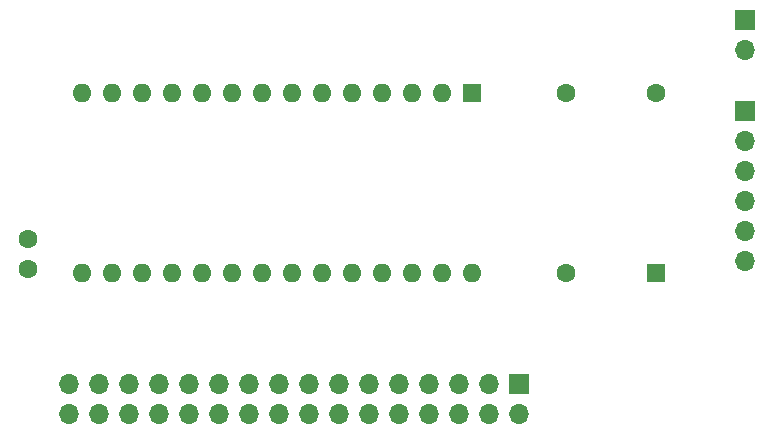
<source format=gbr>
%TF.GenerationSoftware,KiCad,Pcbnew,(5.1.12-1-10_14)*%
%TF.CreationDate,2022-01-05T16:58:03+01:00*%
%TF.ProjectId,kids serial,6b696473-2073-4657-9269-616c2e6b6963,rev?*%
%TF.SameCoordinates,Original*%
%TF.FileFunction,Soldermask,Bot*%
%TF.FilePolarity,Negative*%
%FSLAX46Y46*%
G04 Gerber Fmt 4.6, Leading zero omitted, Abs format (unit mm)*
G04 Created by KiCad (PCBNEW (5.1.12-1-10_14)) date 2022-01-05 16:58:03*
%MOMM*%
%LPD*%
G01*
G04 APERTURE LIST*
%ADD10O,1.700000X1.700000*%
%ADD11R,1.700000X1.700000*%
%ADD12O,1.600000X1.600000*%
%ADD13R,1.600000X1.600000*%
%ADD14C,1.600000*%
G04 APERTURE END LIST*
D10*
%TO.C,J1*%
X109016800Y-115138200D03*
X109016800Y-112598200D03*
X111556800Y-115138200D03*
X111556800Y-112598200D03*
X114096800Y-115138200D03*
X114096800Y-112598200D03*
X116636800Y-115138200D03*
X116636800Y-112598200D03*
X119176800Y-115138200D03*
X119176800Y-112598200D03*
X121716800Y-115138200D03*
X121716800Y-112598200D03*
X124256800Y-115138200D03*
X124256800Y-112598200D03*
X126796800Y-115138200D03*
X126796800Y-112598200D03*
X129336800Y-115138200D03*
X129336800Y-112598200D03*
X131876800Y-115138200D03*
X131876800Y-112598200D03*
X134416800Y-115138200D03*
X134416800Y-112598200D03*
X136956800Y-115138200D03*
X136956800Y-112598200D03*
X139496800Y-115138200D03*
X139496800Y-112598200D03*
X142036800Y-115138200D03*
X142036800Y-112598200D03*
X144576800Y-115138200D03*
X144576800Y-112598200D03*
X147116800Y-115138200D03*
D11*
X147116800Y-112598200D03*
%TD*%
D12*
%TO.C,U1*%
X143129000Y-103251000D03*
X110109000Y-88011000D03*
X140589000Y-103251000D03*
X112649000Y-88011000D03*
X138049000Y-103251000D03*
X115189000Y-88011000D03*
X135509000Y-103251000D03*
X117729000Y-88011000D03*
X132969000Y-103251000D03*
X120269000Y-88011000D03*
X130429000Y-103251000D03*
X122809000Y-88011000D03*
X127889000Y-103251000D03*
X125349000Y-88011000D03*
X125349000Y-103251000D03*
X127889000Y-88011000D03*
X122809000Y-103251000D03*
X130429000Y-88011000D03*
X120269000Y-103251000D03*
X132969000Y-88011000D03*
X117729000Y-103251000D03*
X135509000Y-88011000D03*
X115189000Y-103251000D03*
X138049000Y-88011000D03*
X112649000Y-103251000D03*
X140589000Y-88011000D03*
X110109000Y-103251000D03*
D13*
X143129000Y-88011000D03*
%TD*%
D10*
%TO.C,J3*%
X166243000Y-84328000D03*
D11*
X166243000Y-81788000D03*
%TD*%
D10*
%TO.C,J2*%
X166243000Y-102235000D03*
X166243000Y-99695000D03*
X166243000Y-97155000D03*
X166243000Y-94615000D03*
X166243000Y-92075000D03*
D11*
X166243000Y-89535000D03*
%TD*%
D14*
%TO.C,C1*%
X105537000Y-100370000D03*
X105537000Y-102870000D03*
%TD*%
D13*
%TO.C,X1*%
X158750000Y-103251000D03*
D14*
X151130000Y-103251000D03*
X151130000Y-88011000D03*
X158750000Y-88011000D03*
%TD*%
M02*

</source>
